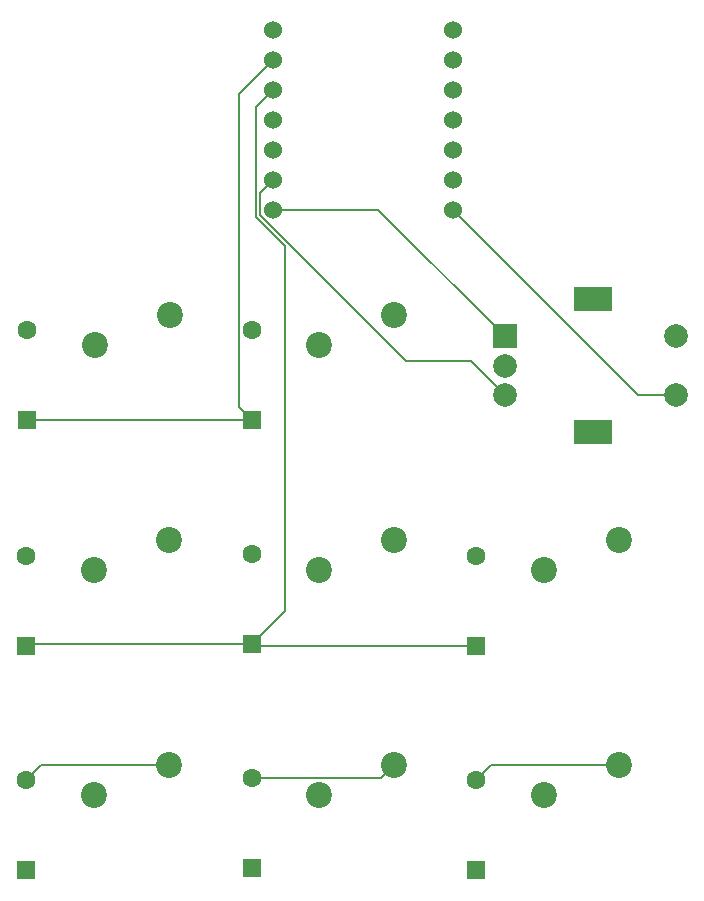
<source format=gbr>
%TF.GenerationSoftware,KiCad,Pcbnew,9.0.3*%
%TF.CreationDate,2025-08-10T10:47:53+08:00*%
%TF.ProjectId,HackPad Schematic,4861636b-5061-4642-9053-6368656d6174,rev?*%
%TF.SameCoordinates,Original*%
%TF.FileFunction,Copper,L2,Bot*%
%TF.FilePolarity,Positive*%
%FSLAX46Y46*%
G04 Gerber Fmt 4.6, Leading zero omitted, Abs format (unit mm)*
G04 Created by KiCad (PCBNEW 9.0.3) date 2025-08-10 10:47:53*
%MOMM*%
%LPD*%
G01*
G04 APERTURE LIST*
G04 Aperture macros list*
%AMRoundRect*
0 Rectangle with rounded corners*
0 $1 Rounding radius*
0 $2 $3 $4 $5 $6 $7 $8 $9 X,Y pos of 4 corners*
0 Add a 4 corners polygon primitive as box body*
4,1,4,$2,$3,$4,$5,$6,$7,$8,$9,$2,$3,0*
0 Add four circle primitives for the rounded corners*
1,1,$1+$1,$2,$3*
1,1,$1+$1,$4,$5*
1,1,$1+$1,$6,$7*
1,1,$1+$1,$8,$9*
0 Add four rect primitives between the rounded corners*
20,1,$1+$1,$2,$3,$4,$5,0*
20,1,$1+$1,$4,$5,$6,$7,0*
20,1,$1+$1,$6,$7,$8,$9,0*
20,1,$1+$1,$8,$9,$2,$3,0*%
G04 Aperture macros list end*
%TA.AperFunction,ComponentPad*%
%ADD10RoundRect,0.250000X0.550000X-0.550000X0.550000X0.550000X-0.550000X0.550000X-0.550000X-0.550000X0*%
%TD*%
%TA.AperFunction,ComponentPad*%
%ADD11C,1.600000*%
%TD*%
%TA.AperFunction,ComponentPad*%
%ADD12C,2.200000*%
%TD*%
%TA.AperFunction,ComponentPad*%
%ADD13C,1.524000*%
%TD*%
%TA.AperFunction,ComponentPad*%
%ADD14R,2.000000X2.000000*%
%TD*%
%TA.AperFunction,ComponentPad*%
%ADD15C,2.000000*%
%TD*%
%TA.AperFunction,ComponentPad*%
%ADD16R,3.200000X2.000000*%
%TD*%
%TA.AperFunction,Conductor*%
%ADD17C,0.200000*%
%TD*%
G04 APERTURE END LIST*
D10*
%TO.P,D2,1,K*%
%TO.N,Net-(D1-K)*%
X118800000Y-115710000D03*
D11*
%TO.P,D2,2,A*%
%TO.N,Net-(D2-A)*%
X118800000Y-108090000D03*
%TD*%
D12*
%TO.P,SW1,1,1*%
%TO.N,Net-(U1-GPIO3{slash}MOSI)*%
X111843500Y-106838750D03*
%TO.P,SW1,2,2*%
%TO.N,Net-(D1-A)*%
X105493500Y-109378750D03*
%TD*%
D10*
%TO.P,D1,1,K*%
%TO.N,Net-(D1-K)*%
X99800000Y-115728750D03*
D11*
%TO.P,D1,2,A*%
%TO.N,Net-(D1-A)*%
X99800000Y-108108750D03*
%TD*%
D10*
%TO.P,D5,1,K*%
%TO.N,Net-(D3-K)*%
X137800000Y-134810000D03*
D11*
%TO.P,D5,2,A*%
%TO.N,Net-(D5-A)*%
X137800000Y-127190000D03*
%TD*%
D12*
%TO.P,SW6,1,1*%
%TO.N,Net-(D6-A)*%
X111760000Y-144938750D03*
%TO.P,SW6,2,2*%
%TO.N,Net-(U1-GPIO3{slash}MOSI)*%
X105410000Y-147478750D03*
%TD*%
D10*
%TO.P,D7,1,K*%
%TO.N,Net-(D6-K)*%
X118800000Y-153620000D03*
D11*
%TO.P,D7,2,A*%
%TO.N,Net-(D7-A)*%
X118800000Y-146000000D03*
%TD*%
D12*
%TO.P,SW3,1,1*%
%TO.N,Net-(U1-GPIO3{slash}MOSI)*%
X111760000Y-125888750D03*
%TO.P,SW3,2,2*%
%TO.N,Net-(D3-A)*%
X105410000Y-128428750D03*
%TD*%
%TO.P,SW7,1,1*%
%TO.N,Net-(D7-A)*%
X130810000Y-144938750D03*
%TO.P,SW7,2,2*%
%TO.N,Net-(U1-GPIO4{slash}MISO)*%
X124460000Y-147478750D03*
%TD*%
D13*
%TO.P,U1,1,GPIO26/ADC0/A0*%
%TO.N,unconnected-(U1-GPIO26{slash}ADC0{slash}A0-Pad1)*%
X120580000Y-82680000D03*
%TO.P,U1,2,GPIO27/ADC1/A1*%
%TO.N,Net-(D1-K)*%
X120580000Y-85220000D03*
%TO.P,U1,3,GPIO28/ADC2/A2*%
%TO.N,Net-(D3-K)*%
X120580000Y-87760000D03*
%TO.P,U1,4,GPIO29/ADC3/A3*%
%TO.N,Net-(D6-K)*%
X120580000Y-90300000D03*
%TO.P,U1,5,GPIO6/SDA*%
%TO.N,Net-(D9-DIN)*%
X120580000Y-92840000D03*
%TO.P,U1,6,GPIO7/SCL*%
%TO.N,Net-(U1-GPIO7{slash}SCL)*%
X120580000Y-95380000D03*
%TO.P,U1,7,GPIO0/TX*%
%TO.N,Net-(U1-GPIO0{slash}TX)*%
X120580000Y-97920000D03*
%TO.P,U1,8,GPIO1/RX*%
%TO.N,Net-(U1-GPIO1{slash}RX)*%
X135820000Y-97920000D03*
%TO.P,U1,9,GPIO2/SCK*%
%TO.N,Net-(U1-GPIO2{slash}SCK)*%
X135820000Y-95380000D03*
%TO.P,U1,10,GPIO4/MISO*%
%TO.N,Net-(U1-GPIO4{slash}MISO)*%
X135820000Y-92840000D03*
%TO.P,U1,11,GPIO3/MOSI*%
%TO.N,Net-(U1-GPIO3{slash}MOSI)*%
X135820000Y-90300000D03*
%TO.P,U1,12,3V3*%
%TO.N,unconnected-(U1-3V3-Pad12)*%
X135820000Y-87760000D03*
%TO.P,U1,13,GND*%
%TO.N,GND*%
X135820000Y-85220000D03*
%TO.P,U1,14,VBUS*%
%TO.N,+5V*%
X135820000Y-82680000D03*
%TD*%
D10*
%TO.P,D4,1,K*%
%TO.N,Net-(D3-K)*%
X118800000Y-134710000D03*
D11*
%TO.P,D4,2,A*%
%TO.N,Net-(D4-A)*%
X118800000Y-127090000D03*
%TD*%
D14*
%TO.P,SW9,A,A*%
%TO.N,Net-(U1-GPIO0{slash}TX)*%
X140200000Y-108600000D03*
D15*
%TO.P,SW9,B,B*%
%TO.N,Net-(U1-GPIO7{slash}SCL)*%
X140200000Y-113600000D03*
%TO.P,SW9,C,C*%
%TO.N,GND*%
X140200000Y-111100000D03*
D16*
%TO.P,SW9,MP*%
%TO.N,N/C*%
X147700000Y-105500000D03*
X147700000Y-116700000D03*
D15*
%TO.P,SW9,S1,S1*%
%TO.N,Net-(U1-GPIO1{slash}RX)*%
X154700000Y-113600000D03*
%TO.P,SW9,S2,S2*%
%TO.N,GND*%
X154700000Y-108600000D03*
%TD*%
D10*
%TO.P,D6,1,K*%
%TO.N,Net-(D6-K)*%
X99700000Y-153810000D03*
D11*
%TO.P,D6,2,A*%
%TO.N,Net-(D6-A)*%
X99700000Y-146190000D03*
%TD*%
D12*
%TO.P,SW4,1,1*%
%TO.N,Net-(U1-GPIO4{slash}MISO)*%
X130810000Y-125888750D03*
%TO.P,SW4,2,2*%
%TO.N,Net-(D4-A)*%
X124460000Y-128428750D03*
%TD*%
D10*
%TO.P,D8,1,K*%
%TO.N,Net-(D6-K)*%
X137800000Y-153810000D03*
D11*
%TO.P,D8,2,A*%
%TO.N,Net-(D8-A)*%
X137800000Y-146190000D03*
%TD*%
D12*
%TO.P,SW8,1,1*%
%TO.N,Net-(D8-A)*%
X149860000Y-144938750D03*
%TO.P,SW8,2,2*%
%TO.N,Net-(U1-GPIO2{slash}SCK)*%
X143510000Y-147478750D03*
%TD*%
D10*
%TO.P,D3,1,K*%
%TO.N,Net-(D3-K)*%
X99700000Y-134810000D03*
D11*
%TO.P,D3,2,A*%
%TO.N,Net-(D3-A)*%
X99700000Y-127190000D03*
%TD*%
D12*
%TO.P,SW2,1,1*%
%TO.N,Net-(U1-GPIO4{slash}MISO)*%
X130810000Y-106838750D03*
%TO.P,SW2,2,2*%
%TO.N,Net-(D2-A)*%
X124460000Y-109378750D03*
%TD*%
%TO.P,SW5,1,1*%
%TO.N,Net-(U1-GPIO2{slash}SCK)*%
X149860000Y-125888750D03*
%TO.P,SW5,2,2*%
%TO.N,Net-(D5-A)*%
X143510000Y-128428750D03*
%TD*%
D17*
%TO.N,Net-(D1-K)*%
X117700000Y-88100000D02*
X120580000Y-85220000D01*
X117700000Y-114610000D02*
X117700000Y-88100000D01*
X118781250Y-115728750D02*
X118800000Y-115710000D01*
X118800000Y-115710000D02*
X117700000Y-114610000D01*
X99800000Y-115728750D02*
X118781250Y-115728750D01*
%TO.N,Net-(D3-K)*%
X119116000Y-89224000D02*
X120580000Y-87760000D01*
X137800000Y-134810000D02*
X118900000Y-134810000D01*
X118800000Y-134710000D02*
X121600000Y-131910000D01*
X118900000Y-134810000D02*
X118800000Y-134710000D01*
X119116000Y-98526410D02*
X119116000Y-89224000D01*
X121600000Y-131910000D02*
X121600000Y-101010410D01*
X99800000Y-134710000D02*
X99700000Y-134810000D01*
X121600000Y-101010410D02*
X119116000Y-98526410D01*
X118800000Y-134710000D02*
X99800000Y-134710000D01*
%TO.N,Net-(D6-A)*%
X100951250Y-144938750D02*
X111760000Y-144938750D01*
X99700000Y-146190000D02*
X100951250Y-144938750D01*
%TO.N,Net-(D7-A)*%
X118800000Y-146000000D02*
X129748750Y-146000000D01*
X129748750Y-146000000D02*
X130810000Y-144938750D01*
%TO.N,Net-(D8-A)*%
X137800000Y-146190000D02*
X139051250Y-144938750D01*
X139051250Y-144938750D02*
X149860000Y-144938750D01*
%TO.N,Net-(U1-GPIO7{slash}SCL)*%
X119517000Y-98360310D02*
X131874440Y-110717750D01*
X131874440Y-110717750D02*
X137317750Y-110717750D01*
X119517000Y-96443000D02*
X119517000Y-98360310D01*
X120580000Y-95380000D02*
X119517000Y-96443000D01*
X137317750Y-110717750D02*
X140200000Y-113600000D01*
%TO.N,Net-(U1-GPIO0{slash}TX)*%
X129520000Y-97920000D02*
X140200000Y-108600000D01*
X120580000Y-97920000D02*
X129520000Y-97920000D01*
%TO.N,Net-(U1-GPIO1{slash}RX)*%
X135820000Y-97920000D02*
X151500000Y-113600000D01*
X151500000Y-113600000D02*
X154700000Y-113600000D01*
%TD*%
M02*

</source>
